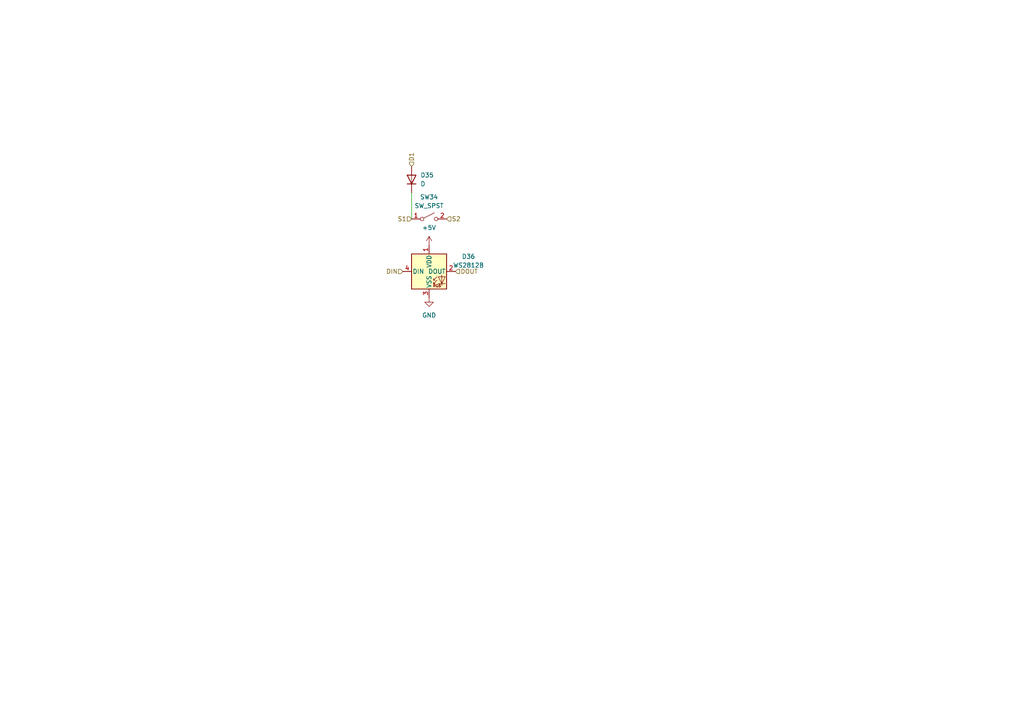
<source format=kicad_sch>
(kicad_sch (version 20211123) (generator eeschema)
  (paper "A4")
  (lib_symbols
    (symbol "Device:D" (pin_numbers hide) (pin_names (offset 1.016) hide)
      (property "Reference" "D" (at 0 2.54 0))
      (property "Value" "D" (at 0 -2.54 0))
      (symbol "D_0_1"
        (polyline (pts (xy -1.27 1.27) (xy -1.27 -1.27)) (stroke (width 0.254)))
        (polyline (pts (xy 1.27 0) (xy -1.27 0)))
        (polyline (pts (xy 1.27 1.27) (xy 1.27 -1.27) (xy -1.27 0) (xy 1.27 1.27)) (stroke (width 0.254)))
      )
      (symbol "D_1_1"
        (pin passive line (at -3.81 0 0) (length 2.54) (name "K") (number "1"))
        (pin passive line (at 3.81 0 180) (length 2.54) (name "A") (number "2"))
      )
    )
    (symbol "LED:WS2812B" (pin_names (offset 0.254))
      (property "Reference" "D" (at 5.08 5.715 0))
      (property "Value" "WS2812B" (at 1.27 -5.715 0))
      (symbol "WS2812B_0_0"
        (text "RGB" (at 2.286 -4.191 0) (effects (font (size 0.762 0.762))))
      )
      (symbol "WS2812B_0_1"
        (polyline (pts (xy 1.27 -3.556) (xy 1.778 -3.556)))
        (polyline (pts (xy 1.27 -2.54) (xy 1.778 -2.54)))
        (polyline (pts (xy 4.699 -3.556) (xy 2.667 -3.556)))
        (polyline (pts (xy 2.286 -2.54) (xy 1.27 -3.556) (xy 1.27 -3.048)))
        (polyline (pts (xy 2.286 -1.524) (xy 1.27 -2.54) (xy 1.27 -2.032)))
        (polyline (pts (xy 3.683 -1.016) (xy 3.683 -3.556) (xy 3.683 -4.064)))
        (polyline (pts (xy 4.699 -1.524) (xy 2.667 -1.524) (xy 3.683 -3.556) (xy 4.699 -1.524)))
        (rectangle (start 5.08 5.08) (end -5.08 -5.08) (stroke (width 0.254)) (fill (type background)))
      )
      (symbol "WS2812B_1_1"
        (pin power_in line (at 0 7.62 270) (length 2.54) (name "VDD") (number "1"))
        (pin output line (at 7.62 0 180) (length 2.54) (name "DOUT") (number "2"))
        (pin power_in line (at 0 -7.62 90) (length 2.54) (name "VSS") (number "3"))
        (pin input line (at -7.62 0 0) (length 2.54) (name "DIN") (number "4"))
      )
    )
    (symbol "Switch:SW_SPST" (pin_names (offset 0) hide)
      (property "Reference" "SW" (at 0 3.175 0))
      (property "Value" "SW_SPST" (at 0 -2.54 0))
      (symbol "SW_SPST_0_0"
        (circle (center -2.032 0) (radius 0.508))
        (polyline (pts (xy -1.524 0.254) (xy 1.524 1.778)))
        (circle (center 2.032 0) (radius 0.508))
      )
      (symbol "SW_SPST_1_1"
        (pin passive line (at -5.08 0 0) (length 2.54) (name "A") (number "1"))
        (pin passive line (at 5.08 0 180) (length 2.54) (name "B") (number "2"))
      )
    )
    (symbol "power:+5V" (power) (pin_names (offset 0))
      (property "Value" "+5V" (at 0 3.556 0))
      (symbol "+5V_0_1"
        (polyline (pts (xy -0.762 1.27) (xy 0 2.54)))
        (polyline (pts (xy 0 0) (xy 0 2.54)))
        (polyline (pts (xy 0 2.54) (xy 0.762 1.27)))
      )
      (symbol "+5V_1_1"
        (pin power_in line (at 0 0 90) (length 0) hide (name "+5V") (number "1"))
      )
    )
    (symbol "power:GND" (power) (pin_names (offset 0))
      (property "Value" "GND" (at 0 -3.81 0))
      (symbol "GND_0_1"
        (polyline (pts (xy 0 0) (xy 0 -1.27) (xy 1.27 -1.27) (xy 0 -2.54) (xy -1.27 -1.27) (xy 0 -1.27)))
      )
      (symbol "GND_1_1"
        (pin power_in line (at 0 0 270) (length 0) hide (name "GND") (number "1"))
      )
    )
  )
  (wire (pts (xy 119.38 55.88) (xy 119.38 63.5)))
  (hierarchical_label "DOUT" (shape input) (at 132.08 78.74 0))
  (hierarchical_label "D1" (shape input) (at 119.38 48.26 90))
  (hierarchical_label "S1" (shape input) (at 119.38 63.5 180))
  (hierarchical_label "DIN" (shape input) (at 116.84 78.74 180))
  (hierarchical_label "S2" (shape input) (at 129.54 63.5 0))
  (symbol (lib_id "LED:WS2812B") (at 124.46 78.74 0)
    (property "Reference" "D36" (at 135.89 74.4093 0))
    (property "Value" "WS2812B" (at 135.89 76.9493 0))
    (property "Footprint" "Stefan:SK6812-MINI-E_Reversible" (effects hide))
    (property "Datasheet" "https://cdn-shop.adafruit.com/datasheets/WS2812B.pdf" (effects hide))
  )
  (symbol (lib_id "Device:D") (at 119.38 52.07 90)
    (property "Reference" "D35" (at 121.92 50.7999 90) (effects (justify right)))
    (property "Value" "D" (at 121.92 53.3399 90) (effects (justify right)))
    (property "Footprint" "Stefan:Diode-dual" (effects hide))
  )
  (symbol (lib_id "power:+5V") (at 124.46 71.12 0)
    (property "Reference" "#PWR0110" (effects hide))
    (property "Value" "+5V" (at 124.46 66.04 0))
  )
  (symbol (lib_id "power:GND") (at 124.46 86.36 0)
    (property "Reference" "#PWR0109" (effects hide))
    (property "Value" "GND" (at 124.46 91.44 0))
  )
  (symbol (lib_id "Switch:SW_SPST") (at 124.46 63.5 0)
    (property "Reference" "SW34" (at 124.46 57.15 0))
    (property "Value" "SW_SPST" (at 124.46 59.69 0))
    (property "Footprint" "Stefan:SW_MX_PG1350_reversible" (effects hide))
  )
)
</source>
